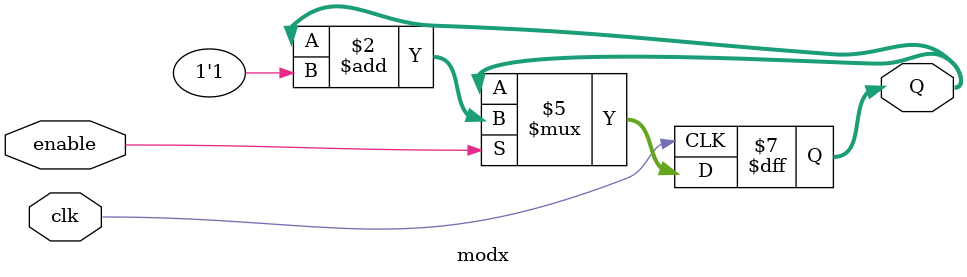
<source format=v>
`timescale 1ns / 1ps


module modx
    (
        input       clk, enable,
        output reg  [2:0] Q
    );

    initial Q = 0;

    always @(posedge clk) begin
        if (enable)
            Q <= Q + 1'b1;
        else
            Q <= Q;
    end

endmodule

</source>
